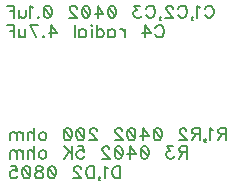
<source format=gbr>
G04 DipTrace 3.1.0.1*
G04 BottomSilk.gbr*
%MOMM*%
G04 #@! TF.FileFunction,Legend,Bot*
G04 #@! TF.Part,Single*
%ADD37C,0.2*%
%FSLAX35Y35*%
G04*
G71*
G90*
G75*
G01*
G04 BotSilk*
%LPD*%
X2921868Y2713578D2*
D37*
X2926697Y2723236D1*
X2936468Y2733007D1*
X2946126Y2737836D1*
X2965556D1*
X2975326Y2733007D1*
X2984985Y2723236D1*
X2989926Y2713578D1*
X2994756Y2698978D1*
Y2674607D1*
X2989926Y2660119D1*
X2984985Y2650349D1*
X2975326Y2640690D1*
X2965556Y2635749D1*
X2946126D1*
X2936468Y2640690D1*
X2926697Y2650349D1*
X2921868Y2660119D1*
X2881868Y2718295D2*
X2872097Y2723236D1*
X2857497Y2737724D1*
Y2635749D1*
X2807726Y2640578D2*
X2812668Y2635749D1*
X2817497Y2640578D1*
X2812668Y2645519D1*
X2807726Y2640578D1*
Y2630919D1*
X2812668Y2621149D1*
X2817497Y2616319D1*
X2694839Y2713578D2*
X2699668Y2723236D1*
X2709439Y2733007D1*
X2719097Y2737836D1*
X2738526D1*
X2748297Y2733007D1*
X2757956Y2723236D1*
X2762897Y2713578D1*
X2767726Y2698978D1*
Y2674607D1*
X2762897Y2660119D1*
X2757956Y2650349D1*
X2748297Y2640690D1*
X2738526Y2635749D1*
X2719097D1*
X2709439Y2640690D1*
X2699668Y2650349D1*
X2694839Y2660119D1*
X2649897Y2713466D2*
Y2718295D1*
X2645068Y2728066D1*
X2640239Y2732895D1*
X2630468Y2737724D1*
X2611039D1*
X2601380Y2732895D1*
X2596551Y2728066D1*
X2591609Y2718295D1*
Y2708636D1*
X2596551Y2698866D1*
X2606209Y2684378D1*
X2654839Y2635749D1*
X2586780D1*
X2537009Y2640578D2*
X2541951Y2635749D1*
X2546780Y2640578D1*
X2541951Y2645519D1*
X2537009Y2640578D1*
Y2630919D1*
X2541951Y2621149D1*
X2546780Y2616319D1*
X2424122Y2713578D2*
X2428951Y2723236D1*
X2438722Y2733007D1*
X2448380Y2737836D1*
X2467809D1*
X2477580Y2733007D1*
X2487239Y2723236D1*
X2492180Y2713578D1*
X2497009Y2698978D1*
Y2674607D1*
X2492180Y2660119D1*
X2487239Y2650349D1*
X2477580Y2640690D1*
X2467809Y2635749D1*
X2448380D1*
X2438722Y2640690D1*
X2428951Y2650349D1*
X2424122Y2660119D1*
X2374351Y2737724D2*
X2321005D1*
X2350093Y2698866D1*
X2335493D1*
X2325834Y2694036D1*
X2321005Y2689207D1*
X2316063Y2674607D1*
Y2664949D1*
X2321005Y2650349D1*
X2330663Y2640578D1*
X2345263Y2635749D1*
X2359863D1*
X2374351Y2640578D1*
X2379180Y2645519D1*
X2384122Y2655178D1*
X2139479Y2737724D2*
X2154079Y2732895D1*
X2163849Y2718295D1*
X2168679Y2694036D1*
Y2679436D1*
X2163849Y2655178D1*
X2154079Y2640578D1*
X2139479Y2635749D1*
X2129820D1*
X2115220Y2640578D1*
X2105562Y2655178D1*
X2100620Y2679436D1*
Y2694036D1*
X2105562Y2718295D1*
X2115220Y2732895D1*
X2129820Y2737724D1*
X2139479D1*
X2105562Y2718295D2*
X2163849Y2655178D1*
X2011991Y2635749D2*
Y2737724D1*
X2060620Y2669778D1*
X1987733D1*
X1918533Y2737724D2*
X1933133Y2732895D1*
X1942903Y2718295D1*
X1947733Y2694036D1*
Y2679436D1*
X1942903Y2655178D1*
X1933133Y2640578D1*
X1918533Y2635749D1*
X1908874D1*
X1894274Y2640578D1*
X1884616Y2655178D1*
X1879674Y2679436D1*
Y2694036D1*
X1884616Y2718295D1*
X1894274Y2732895D1*
X1908874Y2737724D1*
X1918533D1*
X1884616Y2718295D2*
X1942903Y2655178D1*
X1834733Y2713466D2*
Y2718295D1*
X1829903Y2728066D1*
X1825074Y2732895D1*
X1815303Y2737724D1*
X1795874D1*
X1786216Y2732895D1*
X1781386Y2728066D1*
X1776445Y2718295D1*
Y2708636D1*
X1781386Y2698866D1*
X1791045Y2684378D1*
X1839674Y2635749D1*
X1771616D1*
X1595031Y2737724D2*
X1609631Y2732895D1*
X1619402Y2718295D1*
X1624231Y2694036D1*
Y2679436D1*
X1619402Y2655178D1*
X1609631Y2640578D1*
X1595031Y2635749D1*
X1585373D1*
X1570773Y2640578D1*
X1561114Y2655178D1*
X1556173Y2679436D1*
Y2694036D1*
X1561114Y2718295D1*
X1570773Y2732895D1*
X1585373Y2737724D1*
X1595031D1*
X1561114Y2718295D2*
X1619402Y2655178D1*
X1511343Y2645519D2*
X1516173Y2640578D1*
X1511343Y2635749D1*
X1506402Y2640578D1*
X1511343Y2645519D1*
X1466402Y2718295D2*
X1456631Y2723236D1*
X1442031Y2737724D1*
Y2635749D1*
X1402031Y2703807D2*
Y2655178D1*
X1397202Y2640690D1*
X1387431Y2635749D1*
X1372831D1*
X1363173Y2640690D1*
X1348573Y2655178D1*
Y2703807D2*
Y2635749D1*
X1245343Y2737836D2*
X1308573D1*
Y2635749D1*
Y2689207D2*
X1269714D1*
X2501686Y2548465D2*
X2506515Y2558123D1*
X2516286Y2567894D1*
X2525945Y2572723D1*
X2545374D1*
X2555145Y2567894D1*
X2564803Y2558123D1*
X2569745Y2548465D1*
X2574574Y2533865D1*
Y2509494D1*
X2569745Y2495006D1*
X2564803Y2485235D1*
X2555145Y2475577D1*
X2545374Y2470635D1*
X2525945D1*
X2516286Y2475577D1*
X2506515Y2485235D1*
X2501686Y2495006D1*
X2413057Y2470635D2*
Y2572611D1*
X2461686Y2504665D1*
X2388798D1*
X2241414Y2538694D2*
Y2470635D1*
Y2509494D2*
X2236472Y2524094D1*
X2226814Y2533865D1*
X2217043Y2538694D1*
X2202443D1*
X2104155D2*
Y2470635D1*
Y2524094D2*
X2113814Y2533865D1*
X2123585Y2538694D1*
X2138072D1*
X2147843Y2533865D1*
X2157502Y2524094D1*
X2162443Y2509494D1*
Y2499835D1*
X2157502Y2485235D1*
X2147843Y2475577D1*
X2138072Y2470635D1*
X2123585D1*
X2113814Y2475577D1*
X2104155Y2485235D1*
X2005868Y2572723D2*
Y2470635D1*
Y2524094D2*
X2015526Y2533865D1*
X2025297Y2538694D1*
X2039897D1*
X2049555Y2533865D1*
X2059326Y2524094D1*
X2064155Y2509494D1*
Y2499835D1*
X2059326Y2485235D1*
X2049555Y2475577D1*
X2039897Y2470635D1*
X2025297D1*
X2015526Y2475577D1*
X2005868Y2485235D1*
X1965868Y2572723D2*
X1961038Y2567894D1*
X1956097Y2572723D1*
X1961038Y2577665D1*
X1965868Y2572723D1*
X1961038Y2538694D2*
Y2470635D1*
X1857809Y2538694D2*
Y2470635D1*
Y2524094D2*
X1867468Y2533865D1*
X1877238Y2538694D1*
X1891726D1*
X1901497Y2533865D1*
X1911155Y2524094D1*
X1916097Y2509494D1*
Y2499835D1*
X1911155Y2485235D1*
X1901497Y2475577D1*
X1891726Y2470635D1*
X1877238D1*
X1867468Y2475577D1*
X1857809Y2485235D1*
X1817809Y2572723D2*
Y2470635D1*
X1621795D2*
Y2572611D1*
X1670425Y2504665D1*
X1597537D1*
X1552708Y2480406D2*
X1557537Y2475465D1*
X1552708Y2470635D1*
X1547766Y2475465D1*
X1552708Y2480406D1*
X1488337Y2470635D2*
X1439708Y2572611D1*
X1507766D1*
X1399708Y2538694D2*
Y2490065D1*
X1394878Y2475577D1*
X1385108Y2470635D1*
X1370508D1*
X1360849Y2475577D1*
X1346249Y2490065D1*
Y2538694D2*
Y2470635D1*
X1243020Y2572723D2*
X1306249D1*
Y2470635D1*
Y2524094D2*
X1267391D1*
X3099546Y1653277D2*
X3055858D1*
X3041258Y1658219D1*
X3036317Y1663048D1*
X3031488Y1672706D1*
Y1682477D1*
X3036317Y1692136D1*
X3041258Y1697077D1*
X3055858Y1701906D1*
X3099546D1*
Y1599819D1*
X3065517Y1653277D2*
X3031488Y1599819D1*
X2991488Y1682365D2*
X2981717Y1687306D1*
X2967117Y1701794D1*
Y1599819D1*
X2917346Y1604648D2*
X2922288Y1599819D1*
X2927117Y1604648D1*
X2922288Y1609589D1*
X2917346Y1604648D1*
Y1594989D1*
X2922288Y1585219D1*
X2927117Y1580389D1*
X2877346Y1653277D2*
X2833658D1*
X2819058Y1658219D1*
X2814117Y1663048D1*
X2809288Y1672706D1*
Y1682477D1*
X2814117Y1692136D1*
X2819058Y1697077D1*
X2833658Y1701906D1*
X2877346D1*
Y1599819D1*
X2843317Y1653277D2*
X2809288Y1599819D1*
X2764346Y1677536D2*
Y1682365D1*
X2759517Y1692136D1*
X2754688Y1696965D1*
X2744917Y1701794D1*
X2725488D1*
X2715829Y1696965D1*
X2711000Y1692136D1*
X2706058Y1682365D1*
Y1672706D1*
X2711000Y1662936D1*
X2720658Y1648448D1*
X2769288Y1599819D1*
X2701229D1*
X2524645Y1701794D2*
X2539245Y1696965D1*
X2549015Y1682365D1*
X2553845Y1658106D1*
Y1643506D1*
X2549015Y1619248D1*
X2539245Y1604648D1*
X2524645Y1599819D1*
X2514986D1*
X2500386Y1604648D1*
X2490728Y1619248D1*
X2485786Y1643506D1*
Y1658106D1*
X2490728Y1682365D1*
X2500386Y1696965D1*
X2514986Y1701794D1*
X2524645D1*
X2490728Y1682365D2*
X2549015Y1619248D1*
X2397157Y1599819D2*
Y1701794D1*
X2445786Y1633848D1*
X2372898D1*
X2303698Y1701794D2*
X2318298Y1696965D1*
X2328069Y1682365D1*
X2332898Y1658106D1*
Y1643506D1*
X2328069Y1619248D1*
X2318298Y1604648D1*
X2303698Y1599819D1*
X2294040D1*
X2279440Y1604648D1*
X2269782Y1619248D1*
X2264840Y1643506D1*
Y1658106D1*
X2269782Y1682365D1*
X2279440Y1696965D1*
X2294040Y1701794D1*
X2303698D1*
X2269782Y1682365D2*
X2328069Y1619248D1*
X2219898Y1677536D2*
Y1682365D1*
X2215069Y1692136D1*
X2210240Y1696965D1*
X2200469Y1701794D1*
X2181040D1*
X2171382Y1696965D1*
X2166552Y1692136D1*
X2161611Y1682365D1*
Y1672706D1*
X2166552Y1662936D1*
X2176211Y1648448D1*
X2224840Y1599819D1*
X2156782D1*
X2004455Y1677536D2*
Y1682365D1*
X1999626Y1692136D1*
X1994797Y1696965D1*
X1985026Y1701794D1*
X1965597D1*
X1955938Y1696965D1*
X1951109Y1692136D1*
X1946168Y1682365D1*
Y1672706D1*
X1951109Y1662936D1*
X1960768Y1648448D1*
X2009397Y1599819D1*
X1941338D1*
X1872138Y1701794D2*
X1886738Y1696965D1*
X1896509Y1682365D1*
X1901338Y1658106D1*
Y1643506D1*
X1896509Y1619248D1*
X1886738Y1604648D1*
X1872138Y1599819D1*
X1862480D1*
X1847880Y1604648D1*
X1838222Y1619248D1*
X1833280Y1643506D1*
Y1658106D1*
X1838222Y1682365D1*
X1847880Y1696965D1*
X1862480Y1701794D1*
X1872138D1*
X1838222Y1682365D2*
X1896509Y1619248D1*
X1764080Y1701794D2*
X1778680Y1696965D1*
X1788451Y1682365D1*
X1793280Y1658106D1*
Y1643506D1*
X1788451Y1619248D1*
X1778680Y1604648D1*
X1764080Y1599819D1*
X1754422D1*
X1739822Y1604648D1*
X1730163Y1619248D1*
X1725222Y1643506D1*
Y1658106D1*
X1730163Y1682365D1*
X1739822Y1696965D1*
X1754422Y1701794D1*
X1764080D1*
X1730163Y1682365D2*
X1788451Y1619248D1*
X1553578Y1667877D2*
X1563237Y1663048D1*
X1573008Y1653277D1*
X1577837Y1638677D1*
Y1629019D1*
X1573008Y1614419D1*
X1563237Y1604760D1*
X1553578Y1599819D1*
X1538978D1*
X1529208Y1604760D1*
X1519549Y1614419D1*
X1514608Y1629019D1*
Y1638677D1*
X1519549Y1653277D1*
X1529208Y1663048D1*
X1538978Y1667877D1*
X1553578D1*
X1474608Y1701906D2*
Y1599819D1*
Y1648448D2*
X1460008Y1663048D1*
X1450237Y1667877D1*
X1435637D1*
X1425978Y1663048D1*
X1421149Y1648448D1*
Y1599819D1*
X1381149Y1667877D2*
Y1599819D1*
Y1648448D2*
X1366549Y1663048D1*
X1356778Y1667877D1*
X1342291D1*
X1332520Y1663048D1*
X1327691Y1648448D1*
Y1599819D1*
Y1648448D2*
X1313091Y1663048D1*
X1303320Y1667877D1*
X1288832D1*
X1279062Y1663048D1*
X1274120Y1648448D1*
Y1599819D1*
X2769288Y1497774D2*
X2725600D1*
X2711000Y1502715D1*
X2706058Y1507545D1*
X2701229Y1517203D1*
Y1526974D1*
X2706058Y1536632D1*
X2711000Y1541574D1*
X2725600Y1546403D1*
X2769288D1*
Y1444315D1*
X2735258Y1497774D2*
X2701229Y1444315D1*
X2651458Y1546291D2*
X2598112D1*
X2627200Y1507432D1*
X2612600D1*
X2602942Y1502603D1*
X2598112Y1497774D1*
X2593171Y1483174D1*
Y1473515D1*
X2598112Y1458915D1*
X2607771Y1449145D1*
X2622371Y1444315D1*
X2636971D1*
X2651458Y1449145D1*
X2656288Y1454086D1*
X2661229Y1463745D1*
X2416586Y1546291D2*
X2431186Y1541462D1*
X2440957Y1526862D1*
X2445786Y1502603D1*
Y1488003D1*
X2440957Y1463745D1*
X2431186Y1449145D1*
X2416586Y1444315D1*
X2406928D1*
X2392328Y1449145D1*
X2382669Y1463745D1*
X2377728Y1488003D1*
Y1502603D1*
X2382669Y1526862D1*
X2392328Y1541462D1*
X2406928Y1546291D1*
X2416586D1*
X2382669Y1526862D2*
X2440957Y1463745D1*
X2289098Y1444315D2*
Y1546291D1*
X2337728Y1478345D1*
X2264840D1*
X2195640Y1546291D2*
X2210240Y1541462D1*
X2220011Y1526862D1*
X2224840Y1502603D1*
Y1488003D1*
X2220011Y1463745D1*
X2210240Y1449145D1*
X2195640Y1444315D1*
X2185982D1*
X2171382Y1449145D1*
X2161723Y1463745D1*
X2156782Y1488003D1*
Y1502603D1*
X2161723Y1526862D1*
X2171382Y1541462D1*
X2185982Y1546291D1*
X2195640D1*
X2161723Y1526862D2*
X2220011Y1463745D1*
X2111840Y1522032D2*
Y1526862D1*
X2107011Y1536632D1*
X2102182Y1541462D1*
X2092411Y1546291D1*
X2072982D1*
X2063323Y1541462D1*
X2058494Y1536632D1*
X2053552Y1526862D1*
Y1517203D1*
X2058494Y1507432D1*
X2068152Y1492945D1*
X2116782Y1444315D1*
X2048723D1*
X1843051Y1546291D2*
X1891568D1*
X1896397Y1502603D1*
X1891568Y1507432D1*
X1876968Y1512374D1*
X1862480D1*
X1847880Y1507432D1*
X1838109Y1497774D1*
X1833280Y1483174D1*
Y1473515D1*
X1838109Y1458915D1*
X1847880Y1449145D1*
X1862480Y1444315D1*
X1876968D1*
X1891568Y1449145D1*
X1896397Y1454086D1*
X1901338Y1463745D1*
X1793280Y1546403D2*
Y1444315D1*
X1725222Y1546403D2*
X1793280Y1478345D1*
X1769022Y1502715D2*
X1725222Y1444315D1*
X1553578Y1512374D2*
X1563237Y1507545D1*
X1573008Y1497774D1*
X1577837Y1483174D1*
Y1473515D1*
X1573008Y1458915D1*
X1563237Y1449257D1*
X1553578Y1444315D1*
X1538978D1*
X1529208Y1449257D1*
X1519549Y1458915D1*
X1514608Y1473515D1*
Y1483174D1*
X1519549Y1497774D1*
X1529208Y1507545D1*
X1538978Y1512374D1*
X1553578D1*
X1474608Y1546403D2*
Y1444315D1*
Y1492945D2*
X1460008Y1507545D1*
X1450237Y1512374D1*
X1435637D1*
X1425978Y1507545D1*
X1421149Y1492945D1*
Y1444315D1*
X1381149Y1512374D2*
Y1444315D1*
Y1492945D2*
X1366549Y1507545D1*
X1356778Y1512374D1*
X1342291D1*
X1332520Y1507545D1*
X1327691Y1492945D1*
Y1444315D1*
Y1492945D2*
X1313091Y1507545D1*
X1303320Y1512374D1*
X1288832D1*
X1279062Y1507545D1*
X1274120Y1492945D1*
Y1444315D1*
X2205013Y1380663D2*
Y1278575D1*
X2170984D1*
X2156384Y1283517D1*
X2146613Y1293175D1*
X2141784Y1302946D1*
X2136955Y1317434D1*
Y1341805D1*
X2141784Y1356405D1*
X2146613Y1366063D1*
X2156384Y1375834D1*
X2170984Y1380663D1*
X2205013D1*
X2096955Y1361122D2*
X2087184Y1366063D1*
X2072584Y1380551D1*
Y1278575D1*
X2022813Y1283405D2*
X2027755Y1278575D1*
X2032584Y1283405D1*
X2027755Y1288346D1*
X2022813Y1283405D1*
Y1273746D1*
X2027755Y1263975D1*
X2032584Y1259146D1*
X1982813Y1380663D2*
Y1278575D1*
X1948784D1*
X1934184Y1283517D1*
X1924413Y1293175D1*
X1919584Y1302946D1*
X1914755Y1317434D1*
Y1341805D1*
X1919584Y1356405D1*
X1924413Y1366063D1*
X1934184Y1375834D1*
X1948784Y1380663D1*
X1982813D1*
X1869813Y1356292D2*
Y1361122D1*
X1864984Y1370892D1*
X1860155Y1375722D1*
X1850384Y1380551D1*
X1830955D1*
X1821296Y1375722D1*
X1816467Y1370892D1*
X1811525Y1361122D1*
Y1351463D1*
X1816467Y1341692D1*
X1826125Y1327205D1*
X1874755Y1278575D1*
X1806696D1*
X1630112Y1380551D2*
X1644712Y1375722D1*
X1654482Y1361122D1*
X1659312Y1336863D1*
Y1322263D1*
X1654482Y1298005D1*
X1644712Y1283405D1*
X1630112Y1278575D1*
X1620453D1*
X1605853Y1283405D1*
X1596195Y1298005D1*
X1591253Y1322263D1*
Y1336863D1*
X1596195Y1361122D1*
X1605853Y1375722D1*
X1620453Y1380551D1*
X1630112D1*
X1596195Y1361122D2*
X1654482Y1298005D1*
X1526995Y1380551D2*
X1541482Y1375722D1*
X1546424Y1366063D1*
Y1356292D1*
X1541482Y1346634D1*
X1531824Y1341692D1*
X1512395Y1336863D1*
X1497795Y1332034D1*
X1488136Y1322263D1*
X1483307Y1312605D1*
Y1298005D1*
X1488136Y1288346D1*
X1492965Y1283405D1*
X1507565Y1278575D1*
X1526995D1*
X1541482Y1283405D1*
X1546424Y1288346D1*
X1551253Y1298005D1*
Y1312605D1*
X1546424Y1322263D1*
X1536653Y1332034D1*
X1522165Y1336863D1*
X1502736Y1341692D1*
X1492965Y1346634D1*
X1488136Y1356292D1*
Y1366063D1*
X1492965Y1375722D1*
X1507565Y1380551D1*
X1526995D1*
X1414107D2*
X1428707Y1375722D1*
X1438478Y1361122D1*
X1443307Y1336863D1*
Y1322263D1*
X1438478Y1298005D1*
X1428707Y1283405D1*
X1414107Y1278575D1*
X1404448D1*
X1389848Y1283405D1*
X1380190Y1298005D1*
X1375248Y1322263D1*
Y1336863D1*
X1380190Y1361122D1*
X1389848Y1375722D1*
X1404448Y1380551D1*
X1414107D1*
X1380190Y1361122D2*
X1438478Y1298005D1*
X1276961Y1380551D2*
X1325478D1*
X1330307Y1336863D1*
X1325478Y1341692D1*
X1310878Y1346634D1*
X1296390D1*
X1281790Y1341692D1*
X1272019Y1332034D1*
X1267190Y1317434D1*
Y1307775D1*
X1272019Y1293175D1*
X1281790Y1283405D1*
X1296390Y1278575D1*
X1310878D1*
X1325478Y1283405D1*
X1330307Y1288346D1*
X1335248Y1298005D1*
M02*

</source>
